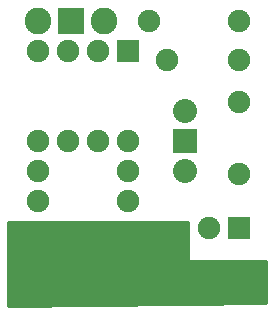
<source format=gbs>
G04 (created by PCBNEW-RS274X (2012-01-19 BZR 3256)-stable) date 2013-11-19 08:27:40*
G01*
G70*
G90*
%MOIN*%
G04 Gerber Fmt 3.4, Leading zero omitted, Abs format*
%FSLAX34Y34*%
G04 APERTURE LIST*
%ADD10C,0.006000*%
%ADD11C,0.088900*%
%ADD12R,0.088900X0.088900*%
%ADD13R,0.100800X0.100800*%
%ADD14C,0.075000*%
%ADD15R,0.075000X0.075000*%
%ADD16C,0.080000*%
%ADD17R,0.080000X0.080000*%
%ADD18C,0.010000*%
G04 APERTURE END LIST*
G54D10*
G54D11*
X28200Y-09000D03*
G54D12*
X27100Y-09000D03*
G54D11*
X26000Y-09000D03*
X28000Y-16500D03*
X26000Y-16500D03*
X30000Y-16500D03*
G54D13*
X32200Y-17700D03*
G54D14*
X32700Y-09000D03*
X29700Y-09000D03*
X26000Y-15000D03*
X29000Y-15000D03*
G54D15*
X29000Y-10000D03*
G54D14*
X28000Y-10000D03*
X27000Y-10000D03*
X26000Y-10000D03*
X26000Y-13000D03*
X27000Y-13000D03*
X28000Y-13000D03*
X29000Y-13000D03*
G54D15*
X32700Y-15900D03*
G54D14*
X31700Y-15900D03*
X26000Y-14000D03*
X29000Y-14000D03*
G54D16*
X30900Y-14000D03*
G54D17*
X30900Y-13000D03*
G54D16*
X30900Y-12000D03*
G54D14*
X30300Y-10300D03*
X32700Y-10300D03*
X32700Y-14100D03*
X32700Y-11700D03*
G54D13*
X30000Y-17700D03*
X28000Y-17700D03*
G54D10*
G36*
X25000Y-18500D02*
X33600Y-18400D01*
X33600Y-17000D01*
X31000Y-17000D01*
X31000Y-15700D01*
X25000Y-15700D01*
X25000Y-18500D01*
X25000Y-18500D01*
G37*
G54D18*
X25000Y-18500D02*
X33600Y-18400D01*
X33600Y-17000D01*
X31000Y-17000D01*
X31000Y-15700D01*
X25000Y-15700D01*
X25000Y-18500D01*
M02*

</source>
